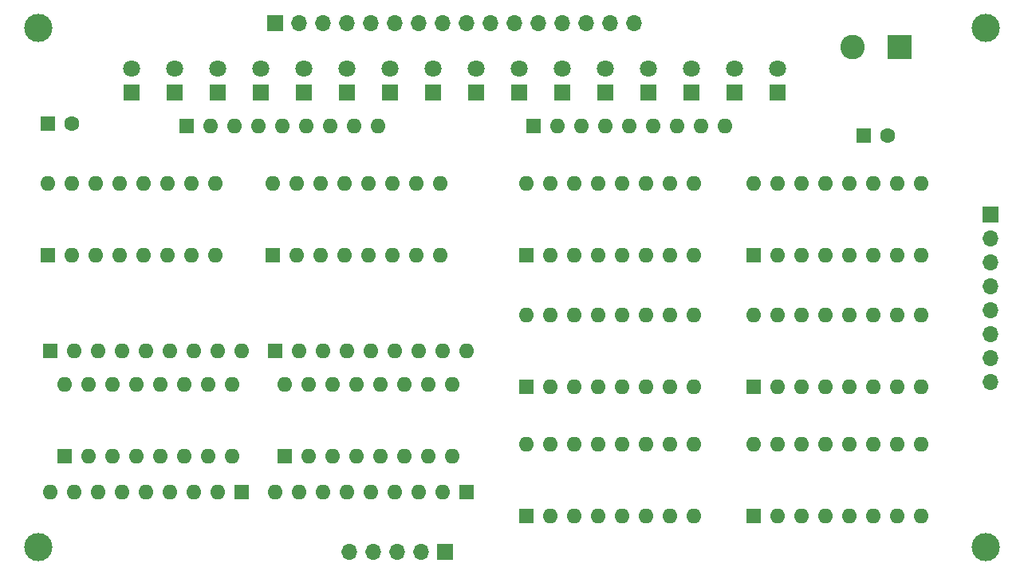
<source format=gbr>
%TF.GenerationSoftware,KiCad,Pcbnew,(5.1.9-0-10_14)*%
%TF.CreationDate,2021-05-18T01:23:57-04:00*%
%TF.ProjectId,RAM,52414d2e-6b69-4636-9164-5f7063625858,rev?*%
%TF.SameCoordinates,Original*%
%TF.FileFunction,Soldermask,Top*%
%TF.FilePolarity,Negative*%
%FSLAX46Y46*%
G04 Gerber Fmt 4.6, Leading zero omitted, Abs format (unit mm)*
G04 Created by KiCad (PCBNEW (5.1.9-0-10_14)) date 2021-05-18 01:23:57*
%MOMM*%
%LPD*%
G01*
G04 APERTURE LIST*
%ADD10O,1.600000X1.600000*%
%ADD11R,1.600000X1.600000*%
%ADD12O,1.700000X1.700000*%
%ADD13R,1.700000X1.700000*%
%ADD14C,3.000000*%
%ADD15C,1.600000*%
%ADD16C,2.600000*%
%ADD17R,2.600000X2.600000*%
%ADD18C,1.800000*%
%ADD19R,1.800000X1.800000*%
G04 APERTURE END LIST*
D10*
%TO.C,U3*%
X90424000Y-91694000D03*
X108204000Y-99314000D03*
X92964000Y-91694000D03*
X105664000Y-99314000D03*
X95504000Y-91694000D03*
X103124000Y-99314000D03*
X98044000Y-91694000D03*
X100584000Y-99314000D03*
X100584000Y-91694000D03*
X98044000Y-99314000D03*
X103124000Y-91694000D03*
X95504000Y-99314000D03*
X105664000Y-91694000D03*
X92964000Y-99314000D03*
X108204000Y-91694000D03*
D11*
X90424000Y-99314000D03*
%TD*%
D12*
%TO.C,J4*%
X71628000Y-116840000D03*
X74168000Y-116840000D03*
X76708000Y-116840000D03*
X79248000Y-116840000D03*
D13*
X81788000Y-116840000D03*
%TD*%
D14*
%TO.C,REF\u002A\u002A*%
X139192000Y-61214000D03*
%TD*%
%TO.C,REF\u002A\u002A*%
X139192000Y-116332000D03*
%TD*%
%TO.C,REF\u002A\u002A*%
X38608000Y-116332000D03*
%TD*%
%TO.C,REF\u002A\u002A*%
X38608000Y-61214000D03*
%TD*%
D15*
%TO.C,C3*%
X128738000Y-72644000D03*
D11*
X126238000Y-72644000D03*
%TD*%
D15*
%TO.C,C2*%
X42124000Y-71374000D03*
D11*
X39624000Y-71374000D03*
%TD*%
D16*
%TO.C,J3*%
X125048000Y-63246000D03*
D17*
X130048000Y-63246000D03*
%TD*%
D10*
%TO.C,U8*%
X114554000Y-77724000D03*
X132334000Y-85344000D03*
X117094000Y-77724000D03*
X129794000Y-85344000D03*
X119634000Y-77724000D03*
X127254000Y-85344000D03*
X122174000Y-77724000D03*
X124714000Y-85344000D03*
X124714000Y-77724000D03*
X122174000Y-85344000D03*
X127254000Y-77724000D03*
X119634000Y-85344000D03*
X129794000Y-77724000D03*
X117094000Y-85344000D03*
X132334000Y-77724000D03*
D11*
X114554000Y-85344000D03*
%TD*%
D10*
%TO.C,U7*%
X114554000Y-105410000D03*
X132334000Y-113030000D03*
X117094000Y-105410000D03*
X129794000Y-113030000D03*
X119634000Y-105410000D03*
X127254000Y-113030000D03*
X122174000Y-105410000D03*
X124714000Y-113030000D03*
X124714000Y-105410000D03*
X122174000Y-113030000D03*
X127254000Y-105410000D03*
X119634000Y-113030000D03*
X129794000Y-105410000D03*
X117094000Y-113030000D03*
X132334000Y-105410000D03*
D11*
X114554000Y-113030000D03*
%TD*%
D10*
%TO.C,U6*%
X90424000Y-105410000D03*
X108204000Y-113030000D03*
X92964000Y-105410000D03*
X105664000Y-113030000D03*
X95504000Y-105410000D03*
X103124000Y-113030000D03*
X98044000Y-105410000D03*
X100584000Y-113030000D03*
X100584000Y-105410000D03*
X98044000Y-113030000D03*
X103124000Y-105410000D03*
X95504000Y-113030000D03*
X105664000Y-105410000D03*
X92964000Y-113030000D03*
X108204000Y-105410000D03*
D11*
X90424000Y-113030000D03*
%TD*%
D10*
%TO.C,U5*%
X90424000Y-77724000D03*
X108204000Y-85344000D03*
X92964000Y-77724000D03*
X105664000Y-85344000D03*
X95504000Y-77724000D03*
X103124000Y-85344000D03*
X98044000Y-77724000D03*
X100584000Y-85344000D03*
X100584000Y-77724000D03*
X98044000Y-85344000D03*
X103124000Y-77724000D03*
X95504000Y-85344000D03*
X105664000Y-77724000D03*
X92964000Y-85344000D03*
X108204000Y-77724000D03*
D11*
X90424000Y-85344000D03*
%TD*%
D10*
%TO.C,U4*%
X63500000Y-77724000D03*
X81280000Y-85344000D03*
X66040000Y-77724000D03*
X78740000Y-85344000D03*
X68580000Y-77724000D03*
X76200000Y-85344000D03*
X71120000Y-77724000D03*
X73660000Y-85344000D03*
X73660000Y-77724000D03*
X71120000Y-85344000D03*
X76200000Y-77724000D03*
X68580000Y-85344000D03*
X78740000Y-77724000D03*
X66040000Y-85344000D03*
X81280000Y-77724000D03*
D11*
X63500000Y-85344000D03*
%TD*%
D10*
%TO.C,U2*%
X114554000Y-91694000D03*
X132334000Y-99314000D03*
X117094000Y-91694000D03*
X129794000Y-99314000D03*
X119634000Y-91694000D03*
X127254000Y-99314000D03*
X122174000Y-91694000D03*
X124714000Y-99314000D03*
X124714000Y-91694000D03*
X122174000Y-99314000D03*
X127254000Y-91694000D03*
X119634000Y-99314000D03*
X129794000Y-91694000D03*
X117094000Y-99314000D03*
X132334000Y-91694000D03*
D11*
X114554000Y-99314000D03*
%TD*%
D10*
%TO.C,U1*%
X39624000Y-77724000D03*
X57404000Y-85344000D03*
X42164000Y-77724000D03*
X54864000Y-85344000D03*
X44704000Y-77724000D03*
X52324000Y-85344000D03*
X47244000Y-77724000D03*
X49784000Y-85344000D03*
X49784000Y-77724000D03*
X47244000Y-85344000D03*
X52324000Y-77724000D03*
X44704000Y-85344000D03*
X54864000Y-77724000D03*
X42164000Y-85344000D03*
X57404000Y-77724000D03*
D11*
X39624000Y-85344000D03*
%TD*%
D10*
%TO.C,SW2*%
X41402000Y-99060000D03*
X59182000Y-106680000D03*
X43942000Y-99060000D03*
X56642000Y-106680000D03*
X46482000Y-99060000D03*
X54102000Y-106680000D03*
X49022000Y-99060000D03*
X51562000Y-106680000D03*
X51562000Y-99060000D03*
X49022000Y-106680000D03*
X54102000Y-99060000D03*
X46482000Y-106680000D03*
X56642000Y-99060000D03*
X43942000Y-106680000D03*
X59182000Y-99060000D03*
D11*
X41402000Y-106680000D03*
%TD*%
D10*
%TO.C,SW1*%
X64770000Y-99060000D03*
X82550000Y-106680000D03*
X67310000Y-99060000D03*
X80010000Y-106680000D03*
X69850000Y-99060000D03*
X77470000Y-106680000D03*
X72390000Y-99060000D03*
X74930000Y-106680000D03*
X74930000Y-99060000D03*
X72390000Y-106680000D03*
X77470000Y-99060000D03*
X69850000Y-106680000D03*
X80010000Y-99060000D03*
X67310000Y-106680000D03*
X82550000Y-99060000D03*
D11*
X64770000Y-106680000D03*
%TD*%
D10*
%TO.C,RN7*%
X39878000Y-110490000D03*
X42418000Y-110490000D03*
X44958000Y-110490000D03*
X47498000Y-110490000D03*
X50038000Y-110490000D03*
X52578000Y-110490000D03*
X55118000Y-110490000D03*
X57658000Y-110490000D03*
D11*
X60198000Y-110490000D03*
%TD*%
D10*
%TO.C,RN6*%
X60198000Y-95504000D03*
X57658000Y-95504000D03*
X55118000Y-95504000D03*
X52578000Y-95504000D03*
X50038000Y-95504000D03*
X47498000Y-95504000D03*
X44958000Y-95504000D03*
X42418000Y-95504000D03*
D11*
X39878000Y-95504000D03*
%TD*%
D10*
%TO.C,RN5*%
X63754000Y-110490000D03*
X66294000Y-110490000D03*
X68834000Y-110490000D03*
X71374000Y-110490000D03*
X73914000Y-110490000D03*
X76454000Y-110490000D03*
X78994000Y-110490000D03*
X81534000Y-110490000D03*
D11*
X84074000Y-110490000D03*
%TD*%
D10*
%TO.C,RN4*%
X84074000Y-95504000D03*
X81534000Y-95504000D03*
X78994000Y-95504000D03*
X76454000Y-95504000D03*
X73914000Y-95504000D03*
X71374000Y-95504000D03*
X68834000Y-95504000D03*
X66294000Y-95504000D03*
D11*
X63754000Y-95504000D03*
%TD*%
D10*
%TO.C,RN2*%
X74676000Y-71628000D03*
X72136000Y-71628000D03*
X69596000Y-71628000D03*
X67056000Y-71628000D03*
X64516000Y-71628000D03*
X61976000Y-71628000D03*
X59436000Y-71628000D03*
X56896000Y-71628000D03*
D11*
X54356000Y-71628000D03*
%TD*%
D10*
%TO.C,RN1*%
X111506000Y-71628000D03*
X108966000Y-71628000D03*
X106426000Y-71628000D03*
X103886000Y-71628000D03*
X101346000Y-71628000D03*
X98806000Y-71628000D03*
X96266000Y-71628000D03*
X93726000Y-71628000D03*
D11*
X91186000Y-71628000D03*
%TD*%
D12*
%TO.C,J2*%
X139700000Y-98806000D03*
X139700000Y-96266000D03*
X139700000Y-93726000D03*
X139700000Y-91186000D03*
X139700000Y-88646000D03*
X139700000Y-86106000D03*
X139700000Y-83566000D03*
D13*
X139700000Y-81026000D03*
%TD*%
D12*
%TO.C,J1*%
X101854000Y-60706000D03*
X99314000Y-60706000D03*
X96774000Y-60706000D03*
X94234000Y-60706000D03*
X91694000Y-60706000D03*
X89154000Y-60706000D03*
X86614000Y-60706000D03*
X84074000Y-60706000D03*
X81534000Y-60706000D03*
X78994000Y-60706000D03*
X76454000Y-60706000D03*
X73914000Y-60706000D03*
X71374000Y-60706000D03*
X68834000Y-60706000D03*
X66294000Y-60706000D03*
D13*
X63754000Y-60706000D03*
%TD*%
D18*
%TO.C,D16*%
X48514000Y-65532000D03*
D19*
X48514000Y-68072000D03*
%TD*%
D18*
%TO.C,D15*%
X53086000Y-65532000D03*
D19*
X53086000Y-68072000D03*
%TD*%
D18*
%TO.C,D14*%
X57658000Y-65532000D03*
D19*
X57658000Y-68072000D03*
%TD*%
D18*
%TO.C,D13*%
X62230000Y-65532000D03*
D19*
X62230000Y-68072000D03*
%TD*%
D18*
%TO.C,D12*%
X66802000Y-65532000D03*
D19*
X66802000Y-68072000D03*
%TD*%
D18*
%TO.C,D11*%
X71374000Y-65532000D03*
D19*
X71374000Y-68072000D03*
%TD*%
D18*
%TO.C,D10*%
X75946000Y-65532000D03*
D19*
X75946000Y-68072000D03*
%TD*%
D18*
%TO.C,D9*%
X80518000Y-65532000D03*
D19*
X80518000Y-68072000D03*
%TD*%
D18*
%TO.C,D8*%
X85090000Y-65532000D03*
D19*
X85090000Y-68072000D03*
%TD*%
D18*
%TO.C,D7*%
X89662000Y-65532000D03*
D19*
X89662000Y-68072000D03*
%TD*%
D18*
%TO.C,D6*%
X94234000Y-65532000D03*
D19*
X94234000Y-68072000D03*
%TD*%
D18*
%TO.C,D5*%
X98806000Y-65532000D03*
D19*
X98806000Y-68072000D03*
%TD*%
D18*
%TO.C,D4*%
X103378000Y-65532000D03*
D19*
X103378000Y-68072000D03*
%TD*%
D18*
%TO.C,D3*%
X107950000Y-65532000D03*
D19*
X107950000Y-68072000D03*
%TD*%
D18*
%TO.C,D2*%
X112522000Y-65532000D03*
D19*
X112522000Y-68072000D03*
%TD*%
D18*
%TO.C,D1*%
X117094000Y-65532000D03*
D19*
X117094000Y-68072000D03*
%TD*%
M02*

</source>
